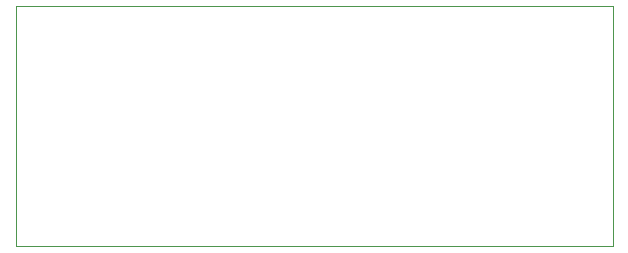
<source format=gbr>
%TF.GenerationSoftware,KiCad,Pcbnew,(6.0.11)*%
%TF.CreationDate,2023-09-03T11:13:33-05:00*%
%TF.ProjectId,ps2-to-parallel-keyboard-adapter,7073322d-746f-42d7-9061-72616c6c656c,rev?*%
%TF.SameCoordinates,Original*%
%TF.FileFunction,Profile,NP*%
%FSLAX46Y46*%
G04 Gerber Fmt 4.6, Leading zero omitted, Abs format (unit mm)*
G04 Created by KiCad (PCBNEW (6.0.11)) date 2023-09-03 11:13:33*
%MOMM*%
%LPD*%
G01*
G04 APERTURE LIST*
%TA.AperFunction,Profile*%
%ADD10C,0.100000*%
%TD*%
G04 APERTURE END LIST*
D10*
X142113000Y-93980000D02*
X192684400Y-93980000D01*
X192684400Y-93980000D02*
X192684400Y-114300000D01*
X192684400Y-114300000D02*
X142113000Y-114300000D01*
X142113000Y-114300000D02*
X142113000Y-93980000D01*
M02*

</source>
